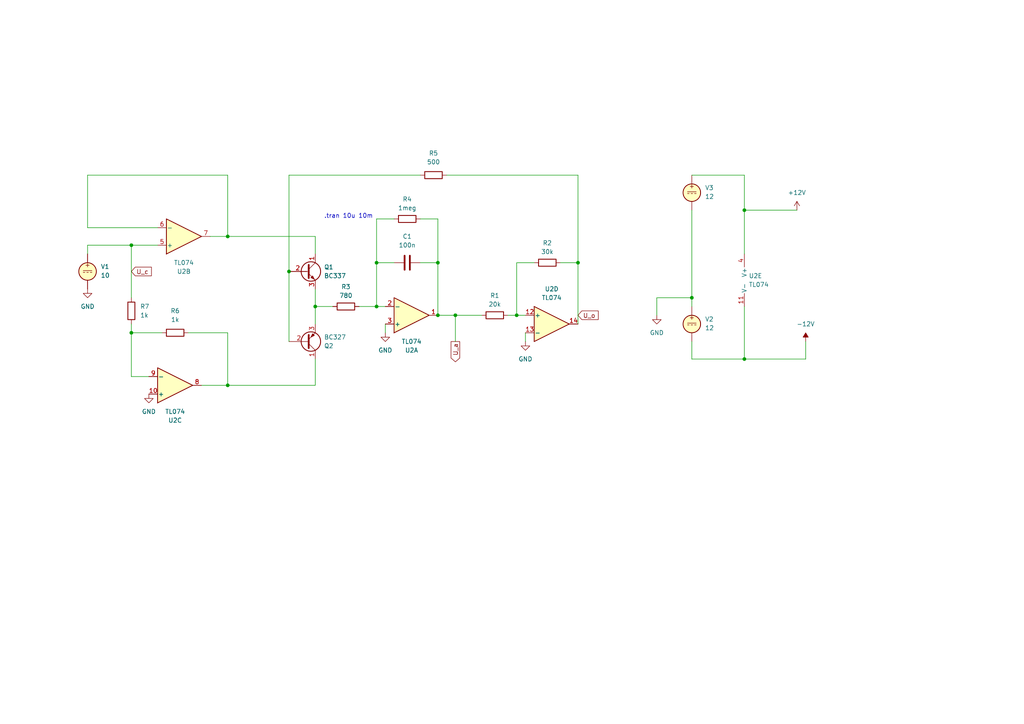
<source format=kicad_sch>
(kicad_sch (version 20231120) (generator "eeschema") (generator_version "8.0")
  (paper "A4")
  (lib_symbols
    (symbol "Amplifier_Operational:TL074" (pin_names (offset 0.127))
      (property "Reference" "U" (at 0 5.08 0))
      (property "Value" "TL074" (at 0 -5.08 0))
      (symbol "TL074_1_1"
        (polyline (pts (xy -5.08 5.08) (xy 5.08 0) (xy -5.08 -5.08) (xy -5.08 5.08)) (stroke (width 0.254)) (fill (type background)))
        (pin output line (at 7.62 0 180) (length 2.54) (name "~") (number "1"))
        (pin input line (at -7.62 -2.54 0) (length 2.54) (name "-") (number "2"))
        (pin input line (at -7.62 2.54 0) (length 2.54) (name "+") (number "3"))
      )
      (symbol "TL074_2_1"
        (polyline (pts (xy -5.08 5.08) (xy 5.08 0) (xy -5.08 -5.08) (xy -5.08 5.08)) (stroke (width 0.254)) (fill (type background)))
        (pin input line (at -7.62 2.54 0) (length 2.54) (name "+") (number "5"))
        (pin input line (at -7.62 -2.54 0) (length 2.54) (name "-") (number "6"))
        (pin output line (at 7.62 0 180) (length 2.54) (name "~") (number "7"))
      )
      (symbol "TL074_3_1"
        (polyline (pts (xy -5.08 5.08) (xy 5.08 0) (xy -5.08 -5.08) (xy -5.08 5.08)) (stroke (width 0.254)) (fill (type background)))
        (pin input line (at -7.62 2.54 0) (length 2.54) (name "+") (number "10"))
        (pin output line (at 7.62 0 180) (length 2.54) (name "~") (number "8"))
        (pin input line (at -7.62 -2.54 0) (length 2.54) (name "-") (number "9"))
      )
      (symbol "TL074_4_1"
        (polyline (pts (xy -5.08 5.08) (xy 5.08 0) (xy -5.08 -5.08) (xy -5.08 5.08)) (stroke (width 0.254)) (fill (type background)))
        (pin input line (at -7.62 2.54 0) (length 2.54) (name "+") (number "12"))
        (pin input line (at -7.62 -2.54 0) (length 2.54) (name "-") (number "13"))
        (pin output line (at 7.62 0 180) (length 2.54) (name "~") (number "14"))
      )
      (symbol "TL074_5_1"
        (pin power_in line (at -2.54 -7.62 90) (length 3.81) (name "V-") (number "11"))
        (pin power_in line (at -2.54 7.62 270) (length 3.81) (name "V+") (number "4"))
      )
    )
    (symbol "Device:C" (pin_numbers hide) (pin_names (offset 0.254))
      (property "Reference" "C" (at 0.635 2.54 0))
      (property "Value" "C" (at 0.635 -2.54 0))
      (symbol "C_0_1"
        (polyline (pts (xy -2.032 -0.762) (xy 2.032 -0.762)) (stroke (width 0.508)))
        (polyline (pts (xy -2.032 0.762) (xy 2.032 0.762)) (stroke (width 0.508)))
      )
      (symbol "C_1_1"
        (pin passive line (at 0 3.81 270) (length 2.794) (name "~") (number "1"))
        (pin passive line (at 0 -3.81 90) (length 2.794) (name "~") (number "2"))
      )
    )
    (symbol "Device:R" (pin_numbers hide) (pin_names (offset 0))
      (property "Reference" "R" (at 2.032 0 90))
      (property "Value" "R" (at 0 0 90))
      (symbol "R_0_1"
        (rectangle (start -1.016 -2.54) (end 1.016 2.54) (stroke (width 0.254)))
      )
      (symbol "R_1_1"
        (pin passive line (at 0 3.81 270) (length 1.27) (name "~") (number "1"))
        (pin passive line (at 0 -3.81 90) (length 1.27) (name "~") (number "2"))
      )
    )
    (symbol "Simulation_SPICE:VDC" (pin_numbers hide) (pin_names (offset 0.0254))
      (property "Reference" "V" (at 2.54 2.54 0))
      (property "Value" "1" (at 2.54 0 0))
      (symbol "VDC_0_0"
        (polyline (pts (xy -1.27 0.254) (xy 1.27 0.254)))
        (polyline (pts (xy -0.762 -0.254) (xy -1.27 -0.254)))
        (polyline (pts (xy 0.254 -0.254) (xy -0.254 -0.254)))
        (polyline (pts (xy 1.27 -0.254) (xy 0.762 -0.254)))
        (text "+" (at 0 1.905 0) (effects (font (size 1.27 1.27))))
      )
      (symbol "VDC_0_1"
        (circle (center 0 0) (radius 2.54) (stroke (width 0.254)) (fill (type background)))
      )
      (symbol "VDC_1_1"
        (pin passive line (at 0 5.08 270) (length 2.54) (name "~") (number "1"))
        (pin passive line (at 0 -5.08 90) (length 2.54) (name "~") (number "2"))
      )
    )
    (symbol "Transistor_BJT:BC327" (pin_names (offset 0) hide)
      (property "Reference" "Q" (at 5.08 1.905 0))
      (property "Value" "BC327" (at 5.08 0 0))
      (symbol "BC327_0_1"
        (polyline (pts (xy 0.635 0.635) (xy 2.54 2.54)))
        (polyline (pts (xy 0.635 -0.635) (xy 2.54 -2.54) (xy 2.54 -2.54)))
        (polyline (pts (xy 0.635 1.905) (xy 0.635 -1.905) (xy 0.635 -1.905)) (stroke (width 0.508)))
        (polyline (pts (xy 2.286 -1.778) (xy 1.778 -2.286) (xy 1.27 -1.27) (xy 2.286 -1.778) (xy 2.286 -1.778)) (fill (type outline)))
        (circle (center 1.27 0) (radius 2.8194) (stroke (width 0.254)))
      )
      (symbol "BC327_1_1"
        (pin passive line (at 2.54 5.08 270) (length 2.54) (name "C") (number "1"))
        (pin input line (at -5.08 0 0) (length 5.715) (name "B") (number "2"))
        (pin passive line (at 2.54 -5.08 90) (length 2.54) (name "E") (number "3"))
      )
    )
    (symbol "Transistor_BJT:BC337" (pin_names (offset 0) hide)
      (property "Reference" "Q" (at 5.08 1.905 0))
      (property "Value" "BC337" (at 5.08 0 0))
      (symbol "BC337_0_1"
        (polyline (pts (xy 0 0) (xy 0.635 0)))
        (polyline (pts (xy 0.635 0.635) (xy 2.54 2.54)))
        (polyline (pts (xy 0.635 -0.635) (xy 2.54 -2.54) (xy 2.54 -2.54)))
        (polyline (pts (xy 0.635 1.905) (xy 0.635 -1.905) (xy 0.635 -1.905)) (stroke (width 0.508)))
        (polyline (pts (xy 1.27 -1.778) (xy 1.778 -1.27) (xy 2.286 -2.286) (xy 1.27 -1.778) (xy 1.27 -1.778)) (fill (type outline)))
        (circle (center 1.27 0) (radius 2.8194) (stroke (width 0.254)))
      )
      (symbol "BC337_1_1"
        (pin passive line (at 2.54 5.08 270) (length 2.54) (name "C") (number "1"))
        (pin input line (at -5.08 0 0) (length 5.08) (name "B") (number "2"))
        (pin passive line (at 2.54 -5.08 90) (length 2.54) (name "E") (number "3"))
      )
    )
    (symbol "power:+12V" (power) (pin_names (offset 0))
      (property "Value" "+12V" (at 0 3.556 0))
      (symbol "+12V_0_1"
        (polyline (pts (xy -0.762 1.27) (xy 0 2.54)))
        (polyline (pts (xy 0 0) (xy 0 2.54)))
        (polyline (pts (xy 0 2.54) (xy 0.762 1.27)))
      )
      (symbol "+12V_1_1"
        (pin power_in line (at 0 0 90) (length 0) hide (name "+12V") (number "1"))
      )
    )
    (symbol "power:-12V" (power) (pin_names (offset 0))
      (property "Value" "-12V" (at 0 3.81 0))
      (symbol "-12V_0_0"
        (pin power_in line (at 0 0 90) (length 0) hide (name "-12V") (number "1"))
      )
      (symbol "-12V_0_1"
        (polyline (pts (xy 0 0) (xy 0 1.27) (xy 0.762 1.27) (xy 0 2.54) (xy -0.762 1.27) (xy 0 1.27)) (fill (type outline)))
      )
    )
    (symbol "power:GND" (power) (pin_names (offset 0))
      (property "Value" "GND" (at 0 -3.81 0))
      (symbol "GND_0_1"
        (polyline (pts (xy 0 0) (xy 0 -1.27) (xy 1.27 -1.27) (xy 0 -2.54) (xy -1.27 -1.27) (xy 0 -1.27)))
      )
      (symbol "GND_1_1"
        (pin power_in line (at 0 0 270) (length 0) hide (name "GND") (number "1"))
      )
    )
  )
  (junction (at 200.66 86.36))
  (junction (at 127 76.2))
  (junction (at 66.04 68.58))
  (junction (at 109.22 88.9))
  (junction (at 91.44 88.9))
  (junction (at 149.86 91.44))
  (junction (at 167.64 76.2))
  (junction (at 66.04 111.76))
  (junction (at 109.22 76.2))
  (junction (at 215.9 60.96))
  (junction (at 215.9 104.14))
  (junction (at 38.1 96.52))
  (junction (at 83.82 78.74))
  (junction (at 127 91.44))
  (junction (at 38.1 71.12))
  (junction (at 132.08 91.44))
  (wire (pts (xy 38.1 96.52) (xy 46.99 96.52)))
  (wire (pts (xy 66.04 50.8) (xy 25.4 50.8)))
  (wire (pts (xy 38.1 93.98) (xy 38.1 96.52)))
  (wire (pts (xy 167.64 76.2) (xy 167.64 50.8)))
  (wire (pts (xy 190.5 86.36) (xy 200.66 86.36)))
  (wire (pts (xy 200.66 60.96) (xy 200.66 86.36)))
  (wire (pts (xy 149.86 76.2) (xy 149.86 91.44)))
  (wire (pts (xy 167.64 76.2) (xy 167.64 93.98)))
  (wire (pts (xy 25.4 66.04) (xy 45.72 66.04)))
  (wire (pts (xy 114.3 76.2) (xy 109.22 76.2)))
  (wire (pts (xy 231.14 60.96) (xy 215.9 60.96)))
  (wire (pts (xy 162.56 76.2) (xy 167.64 76.2)))
  (wire (pts (xy 215.9 60.96) (xy 215.9 73.66)))
  (wire (pts (xy 127 63.5) (xy 127 76.2)))
  (wire (pts (xy 66.04 96.52) (xy 66.04 111.76)))
  (wire (pts (xy 200.66 50.8) (xy 215.9 50.8)))
  (wire (pts (xy 66.04 68.58) (xy 66.04 50.8)))
  (wire (pts (xy 132.08 91.44) (xy 139.7 91.44)))
  (wire (pts (xy 132.08 91.44) (xy 127 91.44)))
  (wire (pts (xy 60.96 68.58) (xy 66.04 68.58)))
  (wire (pts (xy 152.4 96.52) (xy 152.4 99.06)))
  (wire (pts (xy 91.44 111.76) (xy 91.44 104.14)))
  (wire (pts (xy 104.14 88.9) (xy 109.22 88.9)))
  (wire (pts (xy 147.32 91.44) (xy 149.86 91.44)))
  (wire (pts (xy 83.82 78.74) (xy 83.82 99.06)))
  (wire (pts (xy 83.82 50.8) (xy 83.82 78.74)))
  (wire (pts (xy 121.92 76.2) (xy 127 76.2)))
  (wire (pts (xy 215.9 104.14) (xy 233.68 104.14)))
  (wire (pts (xy 132.08 91.44) (xy 132.08 99.06)))
  (wire (pts (xy 200.66 104.14) (xy 215.9 104.14)))
  (wire (pts (xy 200.66 86.36) (xy 200.66 88.9)))
  (wire (pts (xy 38.1 71.12) (xy 38.1 86.36)))
  (wire (pts (xy 167.64 50.8) (xy 129.54 50.8)))
  (wire (pts (xy 91.44 83.82) (xy 91.44 88.9)))
  (wire (pts (xy 121.92 63.5) (xy 127 63.5)))
  (wire (pts (xy 127 76.2) (xy 127 91.44)))
  (wire (pts (xy 109.22 88.9) (xy 111.76 88.9)))
  (wire (pts (xy 66.04 68.58) (xy 91.44 68.58)))
  (wire (pts (xy 121.92 50.8) (xy 83.82 50.8)))
  (wire (pts (xy 215.9 50.8) (xy 215.9 60.96)))
  (wire (pts (xy 215.9 88.9) (xy 215.9 104.14)))
  (wire (pts (xy 66.04 111.76) (xy 91.44 111.76)))
  (wire (pts (xy 190.5 91.44) (xy 190.5 86.36)))
  (wire (pts (xy 91.44 73.66) (xy 91.44 68.58)))
  (wire (pts (xy 45.72 71.12) (xy 38.1 71.12)))
  (wire (pts (xy 154.94 76.2) (xy 149.86 76.2)))
  (wire (pts (xy 200.66 99.06) (xy 200.66 104.14)))
  (wire (pts (xy 25.4 71.12) (xy 38.1 71.12)))
  (wire (pts (xy 54.61 96.52) (xy 66.04 96.52)))
  (wire (pts (xy 91.44 88.9) (xy 96.52 88.9)))
  (wire (pts (xy 149.86 91.44) (xy 152.4 91.44)))
  (wire (pts (xy 111.76 93.98) (xy 111.76 96.52)))
  (wire (pts (xy 25.4 50.8) (xy 25.4 66.04)))
  (wire (pts (xy 58.42 111.76) (xy 66.04 111.76)))
  (wire (pts (xy 38.1 96.52) (xy 38.1 109.22)))
  (wire (pts (xy 114.3 63.5) (xy 109.22 63.5)))
  (wire (pts (xy 109.22 76.2) (xy 109.22 88.9)))
  (wire (pts (xy 25.4 73.66) (xy 25.4 71.12)))
  (wire (pts (xy 91.44 88.9) (xy 91.44 93.98)))
  (wire (pts (xy 38.1 109.22) (xy 43.18 109.22)))
  (wire (pts (xy 233.68 99.06) (xy 233.68 104.14)))
  (wire (pts (xy 109.22 63.5) (xy 109.22 76.2)))
  (text ".tran 10u 10m\n" (at 93.98 63.5 0) (effects (font (size 1.27 1.27)) (justify left bottom)))
  (global_label "U_a" (shape output) (at 132.08 99.06 270) (property "Intersheetrefs" "${INTERSHEET_REFS}" (effects (hide yes))))
  (global_label "U_c" (shape input) (at 38.1 78.74 0) (property "Intersheetrefs" "${INTERSHEET_REFS}" (effects (hide yes))))
  (global_label "U_o" (shape input) (at 167.64 91.44 0) (property "Intersheetrefs" "${INTERSHEET_REFS}" (effects (hide yes))))
  (symbol (lib_id "Simulation_SPICE:VDC") (at 200.66 93.98 0) (unit 1)
    (property "Reference" "V2" (at 204.47 92.5802 0) (effects (justify left)))
    (property "Value" "12" (at 204.47 95.1202 0) (effects (justify left)))
    (property "Sim.Pins" "1=+ 2=-" (effects (hide yes)))
    (property "Sim.Type" "DC" (effects (hide yes)))
    (property "Sim.Device" "V" (effects (hide yes)))
  )
  (symbol (lib_id "Amplifier_Operational:TL074") (at 50.8 111.76 0) (mirror x) (unit 3)
    (property "Reference" "U2" (at 50.8 121.92 0))
    (property "Value" "TL074" (at 50.8 119.38 0))
    (property "Datasheet" "http://www.ti.com/lit/ds/symlink/tl071.pdf" (effects (hide yes)))
    (property "Sim.Library" "TL074.lib" (effects (hide yes)))
    (property "Sim.Name" "TL074c" (effects (hide yes)))
    (property "Sim.Device" "SUBCKT" (effects (hide yes)))
    (property "Sim.Pins" "1=1out 2=1in- 3=1in+ 4=vcc+ 5=2in+ 6=2in- 7=2out 8=3out 9=3in- 10=3in+ 11=vcc- 12=4in+ 13=4in- 14=4out" (effects (hide yes)))
  )
  (symbol (lib_id "power:GND") (at 111.76 96.52 0) (unit 1)
    (property "Reference" "#PWR02" (effects (hide yes)))
    (property "Value" "GND" (at 111.76 101.6 0))
  )
  (symbol (lib_id "power:GND") (at 43.18 114.3 0) (unit 1)
    (property "Reference" "#PWR07" (effects (hide yes)))
    (property "Value" "GND" (at 43.18 119.38 0))
  )
  (symbol (lib_id "Device:C") (at 118.11 76.2 90) (unit 1)
    (property "Reference" "C1" (at 118.11 68.58 90))
    (property "Value" "100n" (at 118.11 71.12 90))
  )
  (symbol (lib_id "power:-12V") (at 233.68 99.06 0) (unit 1)
    (property "Reference" "#PWR06" (effects (hide yes)))
    (property "Value" "-12V" (at 233.68 93.98 0))
  )
  (symbol (lib_id "Amplifier_Operational:TL074") (at 218.44 81.28 0) (unit 5)
    (property "Reference" "U2" (at 217.17 80.01 0) (effects (justify left)))
    (property "Value" "TL074" (at 217.17 82.55 0) (effects (justify left)))
    (property "Datasheet" "http://www.ti.com/lit/ds/symlink/tl071.pdf" (effects (hide yes)))
    (property "Sim.Library" "TL074.lib" (effects (hide yes)))
    (property "Sim.Name" "TL074c" (effects (hide yes)))
    (property "Sim.Device" "SUBCKT" (effects (hide yes)))
    (property "Sim.Pins" "1=1out 2=1in- 3=1in+ 4=vcc+ 5=2in+ 6=2in- 7=2out 8=3out 9=3in- 10=3in+ 11=vcc- 12=4in+ 13=4in- 14=4out" (effects (hide yes)))
  )
  (symbol (lib_id "Device:R") (at 38.1 90.17 180) (unit 1)
    (property "Reference" "R7" (at 40.64 88.9 0) (effects (justify right)))
    (property "Value" "1k" (at 40.64 91.44 0) (effects (justify right)))
    (property "Sim.Device" "R" (effects (hide yes)))
    (property "Sim.Pins" "1=+ 2=-" (effects (hide yes)))
  )
  (symbol (lib_id "power:+12V") (at 231.14 60.96 0) (unit 1)
    (property "Reference" "#PWR05" (effects (hide yes)))
    (property "Value" "+12V" (at 231.14 55.88 0))
  )
  (symbol (lib_id "Amplifier_Operational:TL074") (at 160.02 93.98 0) (unit 4)
    (property "Reference" "U2" (at 160.02 83.82 0))
    (property "Value" "TL074" (at 160.02 86.36 0))
    (property "Datasheet" "http://www.ti.com/lit/ds/symlink/tl071.pdf" (effects (hide yes)))
    (property "Sim.Library" "TL074.lib" (effects (hide yes)))
    (property "Sim.Name" "TL074c" (effects (hide yes)))
    (property "Sim.Device" "SUBCKT" (effects (hide yes)))
    (property "Sim.Pins" "1=1out 2=1in- 3=1in+ 4=vcc+ 5=2in+ 6=2in- 7=2out 8=3out 9=3in- 10=3in+ 11=vcc- 12=4in+ 13=4in- 14=4out" (effects (hide yes)))
  )
  (symbol (lib_id "Device:R") (at 143.51 91.44 90) (unit 1)
    (property "Reference" "R1" (at 143.51 85.725 90))
    (property "Value" "20k" (at 143.51 88.265 90))
    (property "Sim.Device" "R" (effects (hide yes)))
    (property "Sim.Pins" "1=+ 2=-" (effects (hide yes)))
  )
  (symbol (lib_id "power:GND") (at 190.5 91.44 0) (unit 1)
    (property "Reference" "#PWR03" (effects (hide yes)))
    (property "Value" "GND" (at 190.5 96.52 0))
  )
  (symbol (lib_id "Transistor_BJT:BC327") (at 88.9 99.06 0) (mirror x) (unit 1)
    (property "Reference" "Q2" (at 93.98 100.33 0) (effects (justify left)))
    (property "Value" "BC327" (at 93.98 97.79 0) (effects (justify left)))
    (property "Footprint" "Package_TO_SOT_THT:TO-92_Inline" (effects (hide yes)))
    (property "Datasheet" "http://www.onsemi.com/pub_link/Collateral/BC327-D.PDF" (effects (hide yes)))
    (property "Sim.Library" "bc327.lib" (effects (hide yes)))
    (property "Sim.Name" "BC327" (effects (hide yes)))
    (property "Sim.Device" "PNP" (effects (hide yes)))
    (property "Sim.Type" "GUMMELPOON" (effects (hide yes)))
    (property "Sim.Pins" "1=C 2=B 3=E" (effects (hide yes)))
  )
  (symbol (lib_id "Device:R") (at 118.11 63.5 90) (unit 1)
    (property "Reference" "R4" (at 118.11 57.785 90))
    (property "Value" "1meg" (at 118.11 60.325 90))
  )
  (symbol (lib_id "Device:R") (at 125.73 50.8 90) (unit 1)
    (property "Reference" "R5" (at 125.73 44.45 90))
    (property "Value" "500" (at 125.73 46.99 90))
  )
  (symbol (lib_id "Device:R") (at 158.75 76.2 90) (unit 1)
    (property "Reference" "R2" (at 158.75 70.485 90))
    (property "Value" "30k" (at 158.75 73.025 90))
    (property "Sim.Device" "R" (effects (hide yes)))
    (property "Sim.Pins" "1=+ 2=-" (effects (hide yes)))
  )
  (symbol (lib_id "Amplifier_Operational:TL074") (at 53.34 68.58 0) (mirror x) (unit 2)
    (property "Reference" "U2" (at 53.34 78.74 0))
    (property "Value" "TL074" (at 53.34 76.2 0))
    (property "Datasheet" "http://www.ti.com/lit/ds/symlink/tl071.pdf" (effects (hide yes)))
    (property "Sim.Library" "TL074.lib" (effects (hide yes)))
    (property "Sim.Name" "TL074c" (effects (hide yes)))
    (property "Sim.Device" "SUBCKT" (effects (hide yes)))
    (property "Sim.Pins" "1=1out 2=1in- 3=1in+ 4=vcc+ 5=2in+ 6=2in- 7=2out 8=3out 9=3in- 10=3in+ 11=vcc- 12=4in+ 13=4in- 14=4out" (effects (hide yes)))
  )
  (symbol (lib_id "Device:R") (at 50.8 96.52 90) (unit 1)
    (property "Reference" "R6" (at 50.8 90.17 90))
    (property "Value" "1k" (at 50.8 92.71 90))
    (property "Sim.Device" "R" (effects (hide yes)))
    (property "Sim.Pins" "1=+ 2=-" (effects (hide yes)))
  )
  (symbol (lib_id "Amplifier_Operational:TL074") (at 119.38 91.44 0) (mirror x) (unit 1)
    (property "Reference" "U2" (at 119.38 101.6 0))
    (property "Value" "TL074" (at 119.38 99.06 0))
    (property "Datasheet" "http://www.ti.com/lit/ds/symlink/tl071.pdf" (effects (hide yes)))
    (property "Sim.Library" "TL074.lib" (effects (hide yes)))
    (property "Sim.Name" "TL074c" (effects (hide yes)))
    (property "Sim.Device" "SUBCKT" (effects (hide yes)))
    (property "Sim.Pins" "1=1out 2=1in- 3=1in+ 4=vcc+ 5=2in+ 6=2in- 7=2out 8=3out 9=3in- 10=3in+ 11=vcc- 12=4in+ 13=4in- 14=4out" (effects (hide yes)))
  )
  (symbol (lib_id "Simulation_SPICE:VDC") (at 25.4 78.74 0) (unit 1)
    (property "Reference" "V1" (at 29.21 77.3402 0) (effects (justify left)))
    (property "Value" "10" (at 29.21 79.8802 0) (effects (justify left)))
    (property "Sim.Pins" "1=+ 2=-" (effects (hide yes)))
    (property "Sim.Type" "DC" (effects (hide yes)))
    (property "Sim.Device" "V" (effects (hide yes)))
  )
  (symbol (lib_id "Device:R") (at 100.33 88.9 90) (unit 1)
    (property "Reference" "R3" (at 100.33 83.185 90))
    (property "Value" "780" (at 100.33 85.725 90))
    (property "Sim.Device" "R" (effects (hide yes)))
    (property "Sim.Pins" "1=+ 2=-" (effects (hide yes)))
  )
  (symbol (lib_id "Transistor_BJT:BC337") (at 88.9 78.74 0) (unit 1)
    (property "Reference" "Q1" (at 93.98 77.47 0) (effects (justify left)))
    (property "Value" "BC337" (at 93.98 80.01 0) (effects (justify left)))
    (property "Footprint" "Package_TO_SOT_THT:TO-92_Inline" (effects (hide yes)))
    (property "Datasheet" "https://diotec.com/tl_files/diotec/files/pdf/datasheets/bc337.pdf" (effects (hide yes)))
    (property "Sim.Library" "bc337.lib" (effects (hide yes)))
    (property "Sim.Name" "BC337" (effects (hide yes)))
    (property "Sim.Device" "NPN" (effects (hide yes)))
    (property "Sim.Type" "GUMMELPOON" (effects (hide yes)))
    (property "Sim.Pins" "1=C 2=B 3=E" (effects (hide yes)))
  )
  (symbol (lib_id "Simulation_SPICE:VDC") (at 200.66 55.88 0) (unit 1)
    (property "Reference" "V3" (at 204.47 54.4802 0) (effects (justify left)))
    (property "Value" "12" (at 204.47 57.0202 0) (effects (justify left)))
    (property "Sim.Pins" "1=+ 2=-" (effects (hide yes)))
    (property "Sim.Type" "DC" (effects (hide yes)))
    (property "Sim.Device" "V" (effects (hide yes)))
  )
  (symbol (lib_id "power:GND") (at 25.4 83.82 0) (unit 1)
    (property "Reference" "#PWR08" (effects (hide yes)))
    (property "Value" "GND" (at 25.4 88.9 0))
  )
  (symbol (lib_id "power:GND") (at 152.4 99.06 0) (unit 1)
    (property "Reference" "#PWR01" (effects (hide yes)))
    (property "Value" "GND" (at 152.4 104.14 0))
  )
)
</source>
